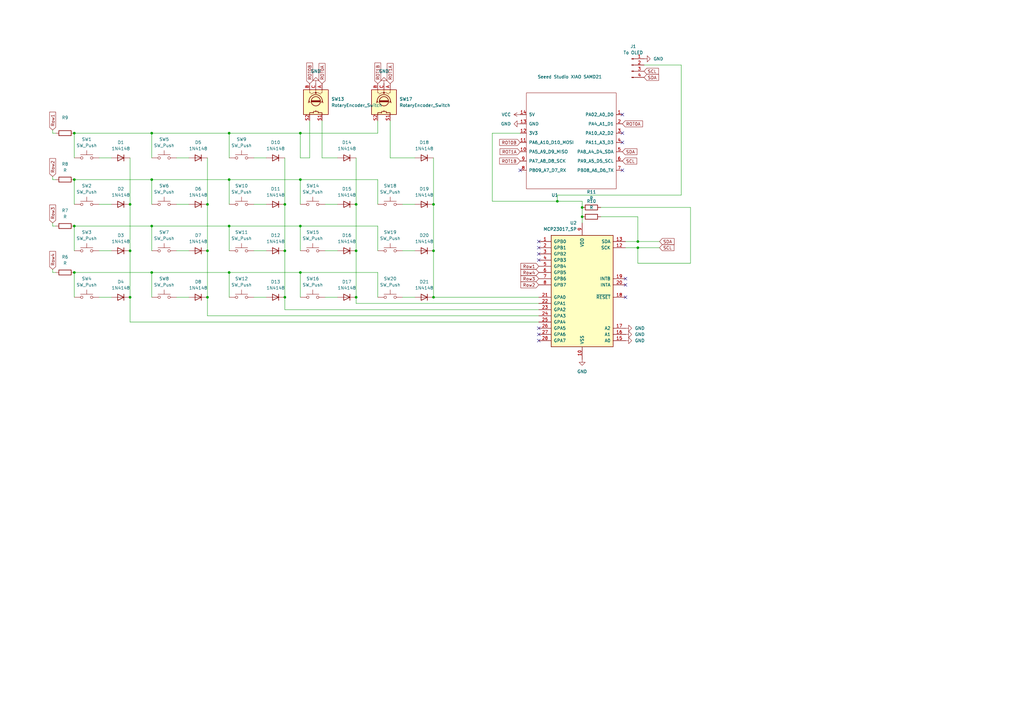
<source format=kicad_sch>
(kicad_sch (version 20231120) (generator "eeschema") (generator_version "8.0")
  (paper "A3")
  (lib_symbols
    (symbol "Connector:Conn_01x04_Pin" (pin_names (offset 1.016) hide)
      (property "Reference" "J" (at 0 5.08 0))
      (property "Value" "Conn_01x04_Pin" (at 0 -7.62 0))
      (symbol "Conn_01x04_Pin_1_1"
        (polyline (pts (xy 1.27 -5.08) (xy 0.8636 -5.08)) (stroke (width 0.1524)))
        (polyline (pts (xy 1.27 -2.54) (xy 0.8636 -2.54)) (stroke (width 0.1524)))
        (polyline (pts (xy 1.27 0) (xy 0.8636 0)) (stroke (width 0.1524)))
        (polyline (pts (xy 1.27 2.54) (xy 0.8636 2.54)) (stroke (width 0.1524)))
        (rectangle (start 0.8636 -4.953) (end 0 -5.207) (stroke (width 0.1524)) (fill (type outline)))
        (rectangle (start 0.8636 -2.413) (end 0 -2.667) (stroke (width 0.1524)) (fill (type outline)))
        (rectangle (start 0.8636 0.127) (end 0 -0.127) (stroke (width 0.1524)) (fill (type outline)))
        (rectangle (start 0.8636 2.667) (end 0 2.413) (stroke (width 0.1524)) (fill (type outline)))
        (pin passive line (at 5.08 2.54 180) (length 3.81) (name "Pin_1") (number "1"))
        (pin passive line (at 5.08 0 180) (length 3.81) (name "Pin_2") (number "2"))
        (pin passive line (at 5.08 -2.54 180) (length 3.81) (name "Pin_3") (number "3"))
        (pin passive line (at 5.08 -5.08 180) (length 3.81) (name "Pin_4") (number "4"))
      )
    )
    (symbol "Device:R" (pin_numbers hide) (pin_names (offset 0))
      (property "Reference" "R" (at 2.032 0 90))
      (property "Value" "R" (at 0 0 90))
      (symbol "R_0_1"
        (rectangle (start -1.016 -2.54) (end 1.016 2.54) (stroke (width 0.254)))
      )
      (symbol "R_1_1"
        (pin passive line (at 0 3.81 270) (length 1.27) (name "~") (number "1"))
        (pin passive line (at 0 -3.81 90) (length 1.27) (name "~") (number "2"))
      )
    )
    (symbol "Device:RotaryEncoder_Switch" (pin_names (offset 0.254) hide)
      (property "Reference" "SW" (at 0 6.604 0))
      (property "Value" "RotaryEncoder_Switch" (at 0 -6.604 0))
      (symbol "RotaryEncoder_Switch_0_1"
        (rectangle (start -5.08 5.08) (end 5.08 -5.08) (stroke (width 0.254)) (fill (type background)))
        (circle (center -3.81 0) (radius 0.254) (fill (type outline)))
        (circle (center -0.381 0) (radius 1.905) (stroke (width 0.254)))
        (arc (start -0.381 2.667) (mid -3.0988 -0.0635) (end -0.381 -2.794) (stroke (width 0.254)))
        (polyline (pts (xy -0.635 -1.778) (xy -0.635 1.778)) (stroke (width 0.254)))
        (polyline (pts (xy -0.381 -1.778) (xy -0.381 1.778)) (stroke (width 0.254)))
        (polyline (pts (xy -0.127 1.778) (xy -0.127 -1.778)) (stroke (width 0.254)))
        (polyline (pts (xy 3.81 0) (xy 3.429 0)) (stroke (width 0.254)))
        (polyline (pts (xy 3.81 1.016) (xy 3.81 -1.016)) (stroke (width 0.254)))
        (polyline (pts (xy -5.08 -2.54) (xy -3.81 -2.54) (xy -3.81 -2.032)))
        (polyline (pts (xy -5.08 2.54) (xy -3.81 2.54) (xy -3.81 2.032)))
        (polyline (pts (xy 0.254 -3.048) (xy -0.508 -2.794) (xy 0.127 -2.413)) (stroke (width 0.254)))
        (polyline (pts (xy 0.254 2.921) (xy -0.508 2.667) (xy 0.127 2.286)) (stroke (width 0.254)))
        (polyline (pts (xy 5.08 -2.54) (xy 4.318 -2.54) (xy 4.318 -1.016)) (stroke (width 0.254)))
        (polyline (pts (xy 5.08 2.54) (xy 4.318 2.54) (xy 4.318 1.016)) (stroke (width 0.254)))
        (polyline (pts (xy -5.08 0) (xy -3.81 0) (xy -3.81 -1.016) (xy -3.302 -2.032)))
        (polyline (pts (xy -4.318 0) (xy -3.81 0) (xy -3.81 1.016) (xy -3.302 2.032)))
        (circle (center 4.318 -1.016) (radius 0.127) (stroke (width 0.254)))
        (circle (center 4.318 1.016) (radius 0.127) (stroke (width 0.254)))
      )
      (symbol "RotaryEncoder_Switch_1_1"
        (pin passive line (at -7.62 2.54 0) (length 2.54) (name "A") (number "A"))
        (pin passive line (at -7.62 -2.54 0) (length 2.54) (name "B") (number "B"))
        (pin passive line (at -7.62 0 0) (length 2.54) (name "C") (number "C"))
        (pin passive line (at 7.62 2.54 180) (length 2.54) (name "S1") (number "S1"))
        (pin passive line (at 7.62 -2.54 180) (length 2.54) (name "S2") (number "S2"))
      )
    )
    (symbol "Diode:1N4148" (pin_numbers hide) (pin_names hide)
      (property "Reference" "D" (at 0 2.54 0))
      (property "Value" "1N4148" (at 0 -2.54 0))
      (symbol "1N4148_0_1"
        (polyline (pts (xy -1.27 1.27) (xy -1.27 -1.27)) (stroke (width 0.254)))
        (polyline (pts (xy 1.27 0) (xy -1.27 0)))
        (polyline (pts (xy 1.27 1.27) (xy 1.27 -1.27) (xy -1.27 0) (xy 1.27 1.27)) (stroke (width 0.254)))
      )
      (symbol "1N4148_1_1"
        (pin passive line (at -3.81 0 0) (length 2.54) (name "K") (number "1"))
        (pin passive line (at 3.81 0 180) (length 2.54) (name "A") (number "2"))
      )
    )
    (symbol "Interface_Expansion:MCP23017_SP" (pin_names (offset 1.016))
      (property "Reference" "U" (at -11.43 24.13 0))
      (property "Value" "MCP23017_SP" (at 0 0 0))
      (symbol "MCP23017_SP_0_1"
        (rectangle (start -12.7 22.86) (end 12.7 -22.86) (stroke (width 0.254)) (fill (type background)))
      )
      (symbol "MCP23017_SP_1_1"
        (pin bidirectional line (at 17.78 20.32 180) (length 5.08) (name "GPB0") (number "1"))
        (pin power_in line (at 0 -27.94 90) (length 5.08) (name "VSS") (number "10"))
        (pin no_connect line (at -12.7 15.24 0) (length 5.08) hide (name "NC") (number "11"))
        (pin input line (at -17.78 17.78 0) (length 5.08) (name "SCK") (number "12"))
        (pin bidirectional line (at -17.78 20.32 0) (length 5.08) (name "SDA") (number "13"))
        (pin no_connect line (at -12.7 12.7 0) (length 5.08) hide (name "NC") (number "14"))
        (pin input line (at -17.78 -20.32 0) (length 5.08) (name "A0") (number "15"))
        (pin input line (at -17.78 -17.78 0) (length 5.08) (name "A1") (number "16"))
        (pin input line (at -17.78 -15.24 0) (length 5.08) (name "A2") (number "17"))
        (pin input line (at -17.78 -2.54 0) (length 5.08) (name "~{RESET}") (number "18"))
        (pin tri_state line (at -17.78 5.08 0) (length 5.08) (name "INTB") (number "19"))
        (pin bidirectional line (at 17.78 17.78 180) (length 5.08) (name "GPB1") (number "2"))
        (pin tri_state line (at -17.78 2.54 0) (length 5.08) (name "INTA") (number "20"))
        (pin bidirectional line (at 17.78 -2.54 180) (length 5.08) (name "GPA0") (number "21"))
        (pin bidirectional line (at 17.78 -5.08 180) (length 5.08) (name "GPA1") (number "22"))
        (pin bidirectional line (at 17.78 -7.62 180) (length 5.08) (name "GPA2") (number "23"))
        (pin bidirectional line (at 17.78 -10.16 180) (length 5.08) (name "GPA3") (number "24"))
        (pin bidirectional line (at 17.78 -12.7 180) (length 5.08) (name "GPA4") (number "25"))
        (pin bidirectional line (at 17.78 -15.24 180) (length 5.08) (name "GPA5") (number "26"))
        (pin bidirectional line (at 17.78 -17.78 180) (length 5.08) (name "GPA6") (number "27"))
        (pin bidirectional line (at 17.78 -20.32 180) (length 5.08) (name "GPA7") (number "28"))
        (pin bidirectional line (at 17.78 15.24 180) (length 5.08) (name "GPB2") (number "3"))
        (pin bidirectional line (at 17.78 12.7 180) (length 5.08) (name "GPB3") (number "4"))
        (pin bidirectional line (at 17.78 10.16 180) (length 5.08) (name "GPB4") (number "5"))
        (pin bidirectional line (at 17.78 7.62 180) (length 5.08) (name "GPB5") (number "6"))
        (pin bidirectional line (at 17.78 5.08 180) (length 5.08) (name "GPB6") (number "7"))
        (pin bidirectional line (at 17.78 2.54 180) (length 5.08) (name "GPB7") (number "8"))
        (pin power_in line (at 0 27.94 270) (length 5.08) (name "VDD") (number "9"))
      )
    )
    (symbol "Seeed_Studio_XIAO_Series:Seeed Studio XIAO SAMD21" (pin_names (offset 1.016))
      (property "Reference" "U1" (at 4.7341 -21.59 0))
      (property "Value" "Seeed Studio XIAO SAMD21" (at -13.208 26.924 0))
      (symbol "Seeed Studio XIAO SAMD21_0_1"
        (rectangle (start -19.05 20.32) (end 17.78 -19.05))
      )
      (symbol "Seeed Studio XIAO SAMD21_1_1"
        (pin unspecified line (at -21.59 11.43 0) (length 2.54) (name "PA02_A0_D0") (number "1"))
        (pin unspecified line (at 20.32 -3.81 180) (length 2.54) (name "PA5_A9_D9_MISO") (number "10"))
        (pin unspecified line (at 20.32 0 180) (length 2.54) (name "PA6_A10_D10_MOSI") (number "11"))
        (pin unspecified line (at 20.32 3.81 180) (length 2.54) (name "3V3") (number "12"))
        (pin unspecified line (at 20.32 7.62 180) (length 2.54) (name "GND") (number "13"))
        (pin unspecified line (at 20.32 11.43 180) (length 2.54) (name "5V") (number "14"))
        (pin unspecified line (at -21.59 7.62 0) (length 2.54) (name "PA4_A1_D1") (number "2"))
        (pin unspecified line (at -21.59 3.81 0) (length 2.54) (name "PA10_A2_D2") (number "3"))
        (pin unspecified line (at -21.59 0 0) (length 2.54) (name "PA11_A3_D3") (number "4"))
        (pin unspecified line (at -21.59 -3.81 0) (length 2.54) (name "PA8_A4_D4_SDA") (number "5"))
        (pin unspecified line (at -21.59 -7.62 0) (length 2.54) (name "PA9_A5_D5_SCL") (number "6"))
        (pin unspecified line (at -21.59 -11.43 0) (length 2.54) (name "PB08_A6_D6_TX") (number "7"))
        (pin unspecified line (at 20.32 -11.43 180) (length 2.54) (name "PB09_A7_D7_RX") (number "8"))
        (pin unspecified line (at 20.32 -7.62 180) (length 2.54) (name "PA7_A8_D8_SCK") (number "9"))
      )
    )
    (symbol "Switch:SW_Push" (pin_numbers hide) (pin_names (offset 1.016) hide)
      (property "Reference" "SW" (at 1.27 2.54 0))
      (property "Value" "SW_Push" (at 0 -1.524 0))
      (symbol "SW_Push_0_1"
        (circle (center -2.032 0) (radius 0.508))
        (polyline (pts (xy 0 1.27) (xy 0 3.048)))
        (polyline (pts (xy 2.54 1.27) (xy -2.54 1.27)))
        (circle (center 2.032 0) (radius 0.508))
        (pin passive line (at -5.08 0 0) (length 2.54) (name "1") (number "1"))
        (pin passive line (at 5.08 0 180) (length 2.54) (name "2") (number "2"))
      )
    )
    (symbol "power:GND" (power) (pin_numbers hide) (pin_names (offset 0) hide)
      (property "Value" "GND" (at 0 -3.81 0))
      (symbol "GND_0_1"
        (polyline (pts (xy 0 0) (xy 0 -1.27) (xy 1.27 -1.27) (xy 0 -2.54) (xy -1.27 -1.27) (xy 0 -1.27)))
      )
      (symbol "GND_1_1"
        (pin power_in line (at 0 0 270) (length 0) (name "~") (number "1"))
      )
    )
    (symbol "power:VCC" (power) (pin_numbers hide) (pin_names (offset 0) hide)
      (property "Value" "VCC" (at 0 3.556 0))
      (symbol "VCC_0_1"
        (polyline (pts (xy -0.762 1.27) (xy 0 2.54)))
        (polyline (pts (xy 0 0) (xy 0 2.54)))
        (polyline (pts (xy 0 2.54) (xy 0.762 1.27)))
      )
      (symbol "VCC_1_1"
        (pin power_in line (at 0 0 90) (length 0) (name "~") (number "1"))
      )
    )
  )
  (junction (at 30.48 54.61))
  (junction (at 123.19 54.61))
  (junction (at 177.8 83.82))
  (junction (at 53.34 102.87))
  (junction (at 30.48 111.76))
  (junction (at 228.6 82.55))
  (junction (at 62.23 92.71))
  (junction (at 53.34 83.82))
  (junction (at 123.19 73.66))
  (junction (at 62.23 73.66))
  (junction (at 30.48 73.66))
  (junction (at 53.34 121.92))
  (junction (at 30.48 92.71))
  (junction (at 93.98 92.71))
  (junction (at 146.05 83.82))
  (junction (at 85.09 121.92))
  (junction (at 123.19 92.71))
  (junction (at 146.05 102.87))
  (junction (at 85.09 83.82))
  (junction (at 238.76 88.9))
  (junction (at 93.98 111.76))
  (junction (at 116.84 83.82))
  (junction (at 85.09 102.87))
  (junction (at 123.19 111.76))
  (junction (at 177.8 121.92))
  (junction (at 116.84 102.87))
  (junction (at 93.98 73.66))
  (junction (at 62.23 54.61))
  (junction (at 177.8 102.87))
  (junction (at 93.98 54.61))
  (junction (at 261.62 99.06))
  (junction (at 62.23 111.76))
  (junction (at 261.62 101.6))
  (junction (at 116.84 121.92))
  (junction (at 146.05 121.92))
  (junction (at 238.76 85.09))
  (no_connect (at 256.54 114.3))
  (no_connect (at 220.98 101.6))
  (no_connect (at 255.27 54.61))
  (no_connect (at 213.36 69.85))
  (no_connect (at 220.98 134.62))
  (no_connect (at 220.98 99.06))
  (no_connect (at 255.27 46.99))
  (no_connect (at 220.98 139.7))
  (no_connect (at 220.98 137.16))
  (no_connect (at 220.98 104.14))
  (no_connect (at 256.54 116.84))
  (no_connect (at 255.27 58.42))
  (no_connect (at 256.54 121.92))
  (no_connect (at 220.98 106.68))
  (no_connect (at 255.27 69.85))
  (wire (pts (xy 40.64 121.92) (xy 45.72 121.92)))
  (wire (pts (xy 146.05 124.46) (xy 220.98 124.46)))
  (wire (pts (xy 154.94 111.76) (xy 154.94 121.92)))
  (wire (pts (xy 30.48 111.76) (xy 62.23 111.76)))
  (wire (pts (xy 62.23 83.82) (xy 62.23 73.66)))
  (wire (pts (xy 30.48 83.82) (xy 30.48 73.66)))
  (wire (pts (xy 21.59 72.39) (xy 21.59 73.66)))
  (wire (pts (xy 201.93 54.61) (xy 213.36 54.61)))
  (wire (pts (xy 165.1 102.87) (xy 170.18 102.87)))
  (wire (pts (xy 123.19 121.92) (xy 123.19 111.76)))
  (wire (pts (xy 154.94 73.66) (xy 154.94 83.82)))
  (wire (pts (xy 146.05 64.77) (xy 146.05 83.82)))
  (wire (pts (xy 62.23 73.66) (xy 93.98 73.66)))
  (wire (pts (xy 104.14 121.92) (xy 109.22 121.92)))
  (wire (pts (xy 21.59 53.34) (xy 21.59 54.61)))
  (wire (pts (xy 228.6 82.55) (xy 201.93 82.55)))
  (wire (pts (xy 40.64 64.77) (xy 45.72 64.77)))
  (wire (pts (xy 246.38 88.9) (xy 261.62 88.9)))
  (wire (pts (xy 40.64 83.82) (xy 45.72 83.82)))
  (wire (pts (xy 21.59 73.66) (xy 22.86 73.66)))
  (wire (pts (xy 62.23 121.92) (xy 62.23 111.76)))
  (wire (pts (xy 40.64 102.87) (xy 45.72 102.87)))
  (wire (pts (xy 72.39 83.82) (xy 77.47 83.82)))
  (wire (pts (xy 238.76 91.44) (xy 238.76 88.9)))
  (wire (pts (xy 123.19 111.76) (xy 154.94 111.76)))
  (wire (pts (xy 72.39 102.87) (xy 77.47 102.87)))
  (wire (pts (xy 123.19 92.71) (xy 154.94 92.71)))
  (wire (pts (xy 165.1 121.92) (xy 170.18 121.92)))
  (wire (pts (xy 21.59 91.44) (xy 21.59 92.71)))
  (wire (pts (xy 30.48 54.61) (xy 62.23 54.61)))
  (wire (pts (xy 93.98 111.76) (xy 93.98 121.92)))
  (wire (pts (xy 201.93 82.55) (xy 201.93 54.61)))
  (wire (pts (xy 62.23 102.87) (xy 62.23 92.71)))
  (wire (pts (xy 116.84 64.77) (xy 116.84 83.82)))
  (wire (pts (xy 238.76 85.09) (xy 238.76 82.55)))
  (wire (pts (xy 93.98 54.61) (xy 93.98 64.77)))
  (wire (pts (xy 93.98 92.71) (xy 123.19 92.71)))
  (wire (pts (xy 53.34 132.08) (xy 220.98 132.08)))
  (wire (pts (xy 104.14 102.87) (xy 109.22 102.87)))
  (wire (pts (xy 270.51 101.6) (xy 261.62 101.6)))
  (wire (pts (xy 146.05 83.82) (xy 146.05 102.87)))
  (wire (pts (xy 62.23 111.76) (xy 93.98 111.76)))
  (wire (pts (xy 238.76 88.9) (xy 238.76 85.09)))
  (wire (pts (xy 104.14 64.77) (xy 109.22 64.77)))
  (wire (pts (xy 93.98 73.66) (xy 93.98 83.82)))
  (wire (pts (xy 62.23 64.77) (xy 62.23 54.61)))
  (wire (pts (xy 21.59 54.61) (xy 22.86 54.61)))
  (wire (pts (xy 154.94 92.71) (xy 154.94 102.87)))
  (wire (pts (xy 62.23 54.61) (xy 93.98 54.61)))
  (wire (pts (xy 93.98 111.76) (xy 123.19 111.76)))
  (wire (pts (xy 133.35 83.82) (xy 138.43 83.82)))
  (wire (pts (xy 261.62 101.6) (xy 256.54 101.6)))
  (wire (pts (xy 261.62 107.95) (xy 261.62 101.6)))
  (wire (pts (xy 53.34 121.92) (xy 53.34 132.08)))
  (wire (pts (xy 85.09 121.92) (xy 85.09 129.54)))
  (wire (pts (xy 177.8 64.77) (xy 177.8 83.82)))
  (wire (pts (xy 133.35 121.92) (xy 138.43 121.92)))
  (wire (pts (xy 116.84 127) (xy 220.98 127)))
  (wire (pts (xy 165.1 83.82) (xy 170.18 83.82)))
  (wire (pts (xy 177.8 102.87) (xy 177.8 121.92)))
  (wire (pts (xy 246.38 85.09) (xy 283.21 85.09)))
  (wire (pts (xy 30.48 121.92) (xy 30.48 111.76)))
  (wire (pts (xy 132.08 64.77) (xy 138.43 64.77)))
  (wire (pts (xy 85.09 129.54) (xy 220.98 129.54)))
  (wire (pts (xy 53.34 83.82) (xy 53.34 102.87)))
  (wire (pts (xy 123.19 102.87) (xy 123.19 92.71)))
  (wire (pts (xy 116.84 102.87) (xy 116.84 121.92)))
  (wire (pts (xy 72.39 121.92) (xy 77.47 121.92)))
  (wire (pts (xy 261.62 88.9) (xy 261.62 99.06)))
  (wire (pts (xy 264.16 26.67) (xy 279.4 26.67)))
  (wire (pts (xy 177.8 83.82) (xy 177.8 102.87)))
  (wire (pts (xy 53.34 102.87) (xy 53.34 121.92)))
  (wire (pts (xy 123.19 54.61) (xy 154.94 54.61)))
  (wire (pts (xy 160.02 64.77) (xy 170.18 64.77)))
  (wire (pts (xy 30.48 92.71) (xy 62.23 92.71)))
  (wire (pts (xy 22.86 111.76) (xy 21.59 111.76)))
  (wire (pts (xy 116.84 121.92) (xy 116.84 127)))
  (wire (pts (xy 160.02 49.53) (xy 160.02 64.77)))
  (wire (pts (xy 93.98 54.61) (xy 123.19 54.61)))
  (wire (pts (xy 132.08 49.53) (xy 132.08 64.77)))
  (wire (pts (xy 62.23 92.71) (xy 93.98 92.71)))
  (wire (pts (xy 238.76 82.55) (xy 228.6 82.55)))
  (wire (pts (xy 93.98 92.71) (xy 93.98 102.87)))
  (wire (pts (xy 279.4 80.01) (xy 228.6 80.01)))
  (wire (pts (xy 116.84 83.82) (xy 116.84 102.87)))
  (wire (pts (xy 123.19 64.77) (xy 123.19 54.61)))
  (wire (pts (xy 72.39 64.77) (xy 77.47 64.77)))
  (wire (pts (xy 85.09 64.77) (xy 85.09 83.82)))
  (wire (pts (xy 93.98 73.66) (xy 123.19 73.66)))
  (wire (pts (xy 154.94 49.53) (xy 154.94 54.61)))
  (wire (pts (xy 85.09 102.87) (xy 85.09 121.92)))
  (wire (pts (xy 21.59 92.71) (xy 22.86 92.71)))
  (wire (pts (xy 53.34 64.77) (xy 53.34 83.82)))
  (wire (pts (xy 123.19 83.82) (xy 123.19 73.66)))
  (wire (pts (xy 146.05 121.92) (xy 146.05 124.46)))
  (wire (pts (xy 270.51 99.06) (xy 261.62 99.06)))
  (wire (pts (xy 279.4 26.67) (xy 279.4 80.01)))
  (wire (pts (xy 85.09 83.82) (xy 85.09 102.87)))
  (wire (pts (xy 30.48 102.87) (xy 30.48 92.71)))
  (wire (pts (xy 133.35 102.87) (xy 138.43 102.87)))
  (wire (pts (xy 127 64.77) (xy 123.19 64.77)))
  (wire (pts (xy 123.19 73.66) (xy 154.94 73.66)))
  (wire (pts (xy 30.48 73.66) (xy 62.23 73.66)))
  (wire (pts (xy 127 49.53) (xy 127 64.77)))
  (wire (pts (xy 283.21 85.09) (xy 283.21 107.95)))
  (wire (pts (xy 146.05 102.87) (xy 146.05 121.92)))
  (wire (pts (xy 283.21 107.95) (xy 261.62 107.95)))
  (wire (pts (xy 177.8 121.92) (xy 220.98 121.92)))
  (wire (pts (xy 228.6 80.01) (xy 228.6 82.55)))
  (wire (pts (xy 30.48 64.77) (xy 30.48 54.61)))
  (wire (pts (xy 261.62 99.06) (xy 256.54 99.06)))
  (wire (pts (xy 21.59 111.76) (xy 21.59 110.49)))
  (wire (pts (xy 104.14 83.82) (xy 109.22 83.82)))
  (global_label "Row1" (shape input) (at 220.98 109.22 180) (property "Intersheetrefs" "${INTERSHEET_REFS}" (effects (hide yes))))
  (global_label "ROT0B" (shape input) (at 127 34.29 90) (property "Intersheetrefs" "${INTERSHEET_REFS}" (effects (hide yes))))
  (global_label "ROT0B" (shape input) (at 213.36 58.42 180) (property "Intersheetrefs" "${INTERSHEET_REFS}" (effects (hide yes))))
  (global_label "SDA" (shape input) (at 264.16 31.75 0) (property "Intersheetrefs" "${INTERSHEET_REFS}" (effects (hide yes))))
  (global_label "ROT0A" (shape input) (at 132.08 34.29 90) (property "Intersheetrefs" "${INTERSHEET_REFS}" (effects (hide yes))))
  (global_label "SCL" (shape input) (at 270.51 101.6 0) (property "Intersheetrefs" "${INTERSHEET_REFS}" (effects (hide yes))))
  (global_label "SDA" (shape input) (at 255.27 62.23 0) (property "Intersheetrefs" "${INTERSHEET_REFS}" (effects (hide yes))))
  (global_label "ROT1B" (shape input) (at 154.94 34.29 90) (property "Intersheetrefs" "${INTERSHEET_REFS}" (effects (hide yes))))
  (global_label "ROT1A" (shape input) (at 213.36 62.23 180) (property "Intersheetrefs" "${INTERSHEET_REFS}" (effects (hide yes))))
  (global_label "ROT1A" (shape input) (at 160.02 34.29 90) (property "Intersheetrefs" "${INTERSHEET_REFS}" (effects (hide yes))))
  (global_label "SDA" (shape input) (at 270.51 99.06 0) (property "Intersheetrefs" "${INTERSHEET_REFS}" (effects (hide yes))))
  (global_label "SCL" (shape input) (at 264.16 29.21 0) (property "Intersheetrefs" "${INTERSHEET_REFS}" (effects (hide yes))))
  (global_label "Row2" (shape input) (at 21.59 72.39 90) (property "Intersheetrefs" "${INTERSHEET_REFS}" (effects (hide yes))))
  (global_label "ROT1B" (shape input) (at 213.36 66.04 180) (property "Intersheetrefs" "${INTERSHEET_REFS}" (effects (hide yes))))
  (global_label "Row2" (shape input) (at 220.98 116.84 180) (property "Intersheetrefs" "${INTERSHEET_REFS}" (effects (hide yes))))
  (global_label "SCL" (shape input) (at 255.27 66.04 0) (property "Intersheetrefs" "${INTERSHEET_REFS}" (effects (hide yes))))
  (global_label "Row3" (shape input) (at 21.59 91.44 90) (property "Intersheetrefs" "${INTERSHEET_REFS}" (effects (hide yes))))
  (global_label "Row4" (shape input) (at 21.59 110.49 90) (property "Intersheetrefs" "${INTERSHEET_REFS}" (effects (hide yes))))
  (global_label "Row1" (shape input) (at 21.59 53.34 90) (property "Intersheetrefs" "${INTERSHEET_REFS}" (effects (hide yes))))
  (global_label "Row3" (shape input) (at 220.98 114.3 180) (property "Intersheetrefs" "${INTERSHEET_REFS}" (effects (hide yes))))
  (global_label "ROT0A" (shape input) (at 255.27 50.8 0) (property "Intersheetrefs" "${INTERSHEET_REFS}" (effects (hide yes))))
  (global_label "Row4" (shape input) (at 220.98 111.76 180) (property "Intersheetrefs" "${INTERSHEET_REFS}" (effects (hide yes))))
  (symbol (lib_id "Diode:1N4148") (at 81.28 64.77 0) (mirror y) (unit 1)
    (property "Reference" "D5" (at 81.28 58.42 0))
    (property "Value" "1N4148" (at 81.28 60.96 0))
    (property "Footprint" "Diode_THT:D_DO-35_SOD27_P7.62mm_Horizontal" (effects (hide yes)))
    (property "Datasheet" "https://assets.nexperia.com/documents/data-sheet/1N4148_1N4448.pdf" (effects (hide yes)))
    (property "Description" "100V 0.15A standard switching diode, DO-35" (effects (hide yes)))
    (property "Sim.Device" "D" (effects (hide yes)))
    (property "Sim.Pins" "1=K 2=A" (effects (hide yes)))
  )
  (symbol (lib_id "power:GND") (at 213.36 50.8 270) (mirror x) (unit 1)
    (property "Reference" "#PWR04" (effects (hide yes)))
    (property "Value" "GND" (at 209.55 50.7999 90) (effects (justify right)))
    (property "Description" "Power symbol creates a global label with name \"GND\" , ground" (effects (hide yes)))
  )
  (symbol (lib_id "Diode:1N4148") (at 142.24 102.87 0) (mirror y) (unit 1)
    (property "Reference" "D16" (at 142.24 96.52 0))
    (property "Value" "1N4148" (at 142.24 99.06 0))
    (property "Footprint" "Diode_THT:D_DO-35_SOD27_P7.62mm_Horizontal" (effects (hide yes)))
    (property "Datasheet" "https://assets.nexperia.com/documents/data-sheet/1N4148_1N4448.pdf" (effects (hide yes)))
    (property "Description" "100V 0.15A standard switching diode, DO-35" (effects (hide yes)))
    (property "Sim.Device" "D" (effects (hide yes)))
    (property "Sim.Pins" "1=K 2=A" (effects (hide yes)))
  )
  (symbol (lib_id "Switch:SW_Push") (at 99.06 64.77 0) (unit 1)
    (property "Reference" "SW9" (at 99.06 57.15 0))
    (property "Value" "SW_Push" (at 99.06 59.69 0))
    (property "Footprint" "Button_Switch_Keyboard:SW_Cherry_MX_1.00u_PCB" (effects (hide yes)))
    (property "Description" "Push button switch, generic, two pins" (effects (hide yes)))
  )
  (symbol (lib_id "Diode:1N4148") (at 173.99 121.92 0) (mirror y) (unit 1)
    (property "Reference" "D21" (at 173.99 115.57 0))
    (property "Value" "1N4148" (at 173.99 118.11 0))
    (property "Footprint" "Diode_THT:D_DO-35_SOD27_P7.62mm_Horizontal" (effects (hide yes)))
    (property "Datasheet" "https://assets.nexperia.com/documents/data-sheet/1N4148_1N4448.pdf" (effects (hide yes)))
    (property "Description" "100V 0.15A standard switching diode, DO-35" (effects (hide yes)))
    (property "Sim.Device" "D" (effects (hide yes)))
    (property "Sim.Pins" "1=K 2=A" (effects (hide yes)))
  )
  (symbol (lib_id "Switch:SW_Push") (at 128.27 102.87 0) (unit 1)
    (property "Reference" "SW15" (at 128.27 95.25 0))
    (property "Value" "SW_Push" (at 128.27 97.79 0))
    (property "Footprint" "Button_Switch_Keyboard:SW_Cherry_MX_1.00u_PCB" (effects (hide yes)))
    (property "Description" "Push button switch, generic, two pins" (effects (hide yes)))
  )
  (symbol (lib_id "power:GND") (at 129.54 34.29 180) (unit 1)
    (property "Reference" "#PWR06" (effects (hide yes)))
    (property "Value" "GND" (at 129.54 29.21 0))
    (property "Description" "Power symbol creates a global label with name \"GND\" , ground" (effects (hide yes)))
  )
  (symbol (lib_id "Switch:SW_Push") (at 160.02 102.87 0) (unit 1)
    (property "Reference" "SW19" (at 160.02 95.25 0))
    (property "Value" "SW_Push" (at 160.02 97.79 0))
    (property "Footprint" "Button_Switch_Keyboard:SW_Cherry_MX_1.00u_PCB" (effects (hide yes)))
    (property "Description" "Push button switch, generic, two pins" (effects (hide yes)))
  )
  (symbol (lib_id "Switch:SW_Push") (at 99.06 121.92 0) (unit 1)
    (property "Reference" "SW12" (at 99.06 114.3 0))
    (property "Value" "SW_Push" (at 99.06 116.84 0))
    (property "Footprint" "Button_Switch_Keyboard:SW_Cherry_MX_1.00u_PCB" (effects (hide yes)))
    (property "Description" "Push button switch, generic, two pins" (effects (hide yes)))
  )
  (symbol (lib_id "Diode:1N4148") (at 113.03 83.82 0) (mirror y) (unit 1)
    (property "Reference" "D11" (at 113.03 77.47 0))
    (property "Value" "1N4148" (at 113.03 80.01 0))
    (property "Footprint" "Diode_THT:D_DO-35_SOD27_P7.62mm_Horizontal" (effects (hide yes)))
    (property "Datasheet" "https://assets.nexperia.com/documents/data-sheet/1N4148_1N4448.pdf" (effects (hide yes)))
    (property "Description" "100V 0.15A standard switching diode, DO-35" (effects (hide yes)))
    (property "Sim.Device" "D" (effects (hide yes)))
    (property "Sim.Pins" "1=K 2=A" (effects (hide yes)))
  )
  (symbol (lib_id "Switch:SW_Push") (at 67.31 83.82 0) (unit 1)
    (property "Reference" "SW6" (at 67.31 76.2 0))
    (property "Value" "SW_Push" (at 67.31 78.74 0))
    (property "Footprint" "Button_Switch_Keyboard:SW_Cherry_MX_1.00u_PCB" (effects (hide yes)))
    (property "Description" "Push button switch, generic, two pins" (effects (hide yes)))
  )
  (symbol (lib_id "Switch:SW_Push") (at 35.56 83.82 0) (unit 1)
    (property "Reference" "SW2" (at 35.56 76.2 0))
    (property "Value" "SW_Push" (at 35.56 78.74 0))
    (property "Footprint" "Button_Switch_Keyboard:SW_Cherry_MX_1.00u_PCB" (effects (hide yes)))
    (property "Description" "Push button switch, generic, two pins" (effects (hide yes)))
  )
  (symbol (lib_id "Diode:1N4148") (at 81.28 121.92 0) (mirror y) (unit 1)
    (property "Reference" "D8" (at 81.28 115.57 0))
    (property "Value" "1N4148" (at 81.28 118.11 0))
    (property "Footprint" "Diode_THT:D_DO-35_SOD27_P7.62mm_Horizontal" (effects (hide yes)))
    (property "Datasheet" "https://assets.nexperia.com/documents/data-sheet/1N4148_1N4448.pdf" (effects (hide yes)))
    (property "Description" "100V 0.15A standard switching diode, DO-35" (effects (hide yes)))
    (property "Sim.Device" "D" (effects (hide yes)))
    (property "Sim.Pins" "1=K 2=A" (effects (hide yes)))
  )
  (symbol (lib_id "Diode:1N4148") (at 142.24 83.82 0) (mirror y) (unit 1)
    (property "Reference" "D15" (at 142.24 77.47 0))
    (property "Value" "1N4148" (at 142.24 80.01 0))
    (property "Footprint" "Diode_THT:D_DO-35_SOD27_P7.62mm_Horizontal" (effects (hide yes)))
    (property "Datasheet" "https://assets.nexperia.com/documents/data-sheet/1N4148_1N4448.pdf" (effects (hide yes)))
    (property "Description" "100V 0.15A standard switching diode, DO-35" (effects (hide yes)))
    (property "Sim.Device" "D" (effects (hide yes)))
    (property "Sim.Pins" "1=K 2=A" (effects (hide yes)))
  )
  (symbol (lib_id "Switch:SW_Push") (at 67.31 121.92 0) (unit 1)
    (property "Reference" "SW8" (at 67.31 114.3 0))
    (property "Value" "SW_Push" (at 67.31 116.84 0))
    (property "Footprint" "Button_Switch_Keyboard:SW_Cherry_MX_1.00u_PCB" (effects (hide yes)))
    (property "Description" "Push button switch, generic, two pins" (effects (hide yes)))
  )
  (symbol (lib_id "Switch:SW_Push") (at 35.56 64.77 0) (unit 1)
    (property "Reference" "SW1" (at 35.56 57.15 0))
    (property "Value" "SW_Push" (at 35.56 59.69 0))
    (property "Footprint" "Button_Switch_Keyboard:SW_Cherry_MX_1.00u_PCB" (effects (hide yes)))
    (property "Description" "Push button switch, generic, two pins" (effects (hide yes)))
  )
  (symbol (lib_id "Diode:1N4148") (at 49.53 121.92 0) (mirror y) (unit 1)
    (property "Reference" "D4" (at 49.53 115.57 0))
    (property "Value" "1N4148" (at 49.53 118.11 0))
    (property "Footprint" "Diode_THT:D_DO-35_SOD27_P7.62mm_Horizontal" (effects (hide yes)))
    (property "Datasheet" "https://assets.nexperia.com/documents/data-sheet/1N4148_1N4448.pdf" (effects (hide yes)))
    (property "Description" "100V 0.15A standard switching diode, DO-35" (effects (hide yes)))
    (property "Sim.Device" "D" (effects (hide yes)))
    (property "Sim.Pins" "1=K 2=A" (effects (hide yes)))
  )
  (symbol (lib_id "power:GND") (at 256.54 139.7 90) (unit 1)
    (property "Reference" "#PWR047" (effects (hide yes)))
    (property "Value" "GND" (at 260.35 139.6999 90) (effects (justify right)))
    (property "Description" "Power symbol creates a global label with name \"GND\" , ground" (effects (hide yes)))
  )
  (symbol (lib_id "Switch:SW_Push") (at 35.56 121.92 0) (unit 1)
    (property "Reference" "SW4" (at 35.56 114.3 0))
    (property "Value" "SW_Push" (at 35.56 116.84 0))
    (property "Footprint" "Button_Switch_Keyboard:SW_Cherry_MX_1.00u_PCB" (effects (hide yes)))
    (property "Description" "Push button switch, generic, two pins" (effects (hide yes)))
  )
  (symbol (lib_id "Switch:SW_Push") (at 67.31 102.87 0) (unit 1)
    (property "Reference" "SW7" (at 67.31 95.25 0))
    (property "Value" "SW_Push" (at 67.31 97.79 0))
    (property "Footprint" "Button_Switch_Keyboard:SW_Cherry_MX_1.00u_PCB" (effects (hide yes)))
    (property "Description" "Push button switch, generic, two pins" (effects (hide yes)))
  )
  (symbol (lib_id "Diode:1N4148") (at 142.24 64.77 0) (mirror y) (unit 1)
    (property "Reference" "D14" (at 142.24 58.42 0))
    (property "Value" "1N4148" (at 142.24 60.96 0))
    (property "Footprint" "Diode_THT:D_DO-35_SOD27_P7.62mm_Horizontal" (effects (hide yes)))
    (property "Datasheet" "https://assets.nexperia.com/documents/data-sheet/1N4148_1N4448.pdf" (effects (hide yes)))
    (property "Description" "100V 0.15A standard switching diode, DO-35" (effects (hide yes)))
    (property "Sim.Device" "D" (effects (hide yes)))
    (property "Sim.Pins" "1=K 2=A" (effects (hide yes)))
  )
  (symbol (lib_id "Interface_Expansion:MCP23017_SP") (at 238.76 119.38 0) (mirror y) (unit 1)
    (property "Reference" "U2" (at 236.5659 91.44 0) (effects (justify left)))
    (property "Value" "MCP23017_SP" (at 236.5659 93.98 0) (effects (justify left)))
    (property "Footprint" "Package_DIP:DIP-28_W7.62mm" (effects (hide yes)))
    (property "Datasheet" "http://ww1.microchip.com/downloads/en/DeviceDoc/20001952C.pdf" (effects (hide yes)))
    (property "Description" "16-bit I/O expander, I2C, interrupts, w pull-ups, SPDIP-28" (effects (hide yes)))
  )
  (symbol (lib_id "Device:RotaryEncoder_Switch") (at 129.54 41.91 270) (unit 1)
    (property "Reference" "SW13" (at 135.89 40.6399 90) (effects (justify left)))
    (property "Value" "RotaryEncoder_Switch" (at 135.89 43.1799 90) (effects (justify left)))
    (property "Footprint" "Rotary_Encoder:RotaryEncoder_Alps_EC11E-Switch_Vertical_H20mm" (effects (hide yes)))
    (property "Description" "Rotary encoder, dual channel, incremental quadrate outputs, with switch" (effects (hide yes)))
  )
  (symbol (lib_id "Diode:1N4148") (at 49.53 64.77 0) (mirror y) (unit 1)
    (property "Reference" "D1" (at 49.53 58.42 0))
    (property "Value" "1N4148" (at 49.53 60.96 0))
    (property "Footprint" "Diode_THT:D_DO-35_SOD27_P7.62mm_Horizontal" (effects (hide yes)))
    (property "Datasheet" "https://assets.nexperia.com/documents/data-sheet/1N4148_1N4448.pdf" (effects (hide yes)))
    (property "Description" "100V 0.15A standard switching diode, DO-35" (effects (hide yes)))
    (property "Sim.Device" "D" (effects (hide yes)))
    (property "Sim.Pins" "1=K 2=A" (effects (hide yes)))
  )
  (symbol (lib_id "Device:R") (at 242.57 85.09 90) (unit 1)
    (property "Reference" "R11" (at 242.57 78.74 90))
    (property "Value" "R" (at 242.57 81.28 90))
    (property "Footprint" "Resistor_THT:R_Axial_DIN0204_L3.6mm_D1.6mm_P7.62mm_Horizontal" (effects (hide yes)))
    (property "Description" "Resistor" (effects (hide yes)))
  )
  (symbol (lib_id "Device:R") (at 26.67 54.61 90) (unit 1)
    (property "Reference" "R9" (at 26.67 48.26 90))
    (property "Value" "R" (effects (hide yes)))
    (property "Footprint" "Resistor_THT:R_Axial_DIN0204_L3.6mm_D1.6mm_P7.62mm_Horizontal" (effects (hide yes)))
    (property "Description" "Resistor" (effects (hide yes)))
  )
  (symbol (lib_id "Switch:SW_Push") (at 128.27 83.82 0) (unit 1)
    (property "Reference" "SW14" (at 128.27 76.2 0))
    (property "Value" "SW_Push" (at 128.27 78.74 0))
    (property "Footprint" "Button_Switch_Keyboard:SW_Cherry_MX_1.00u_PCB" (effects (hide yes)))
    (property "Description" "Push button switch, generic, two pins" (effects (hide yes)))
  )
  (symbol (lib_id "Diode:1N4148") (at 113.03 102.87 0) (mirror y) (unit 1)
    (property "Reference" "D12" (at 113.03 96.52 0))
    (property "Value" "1N4148" (at 113.03 99.06 0))
    (property "Footprint" "Diode_THT:D_DO-35_SOD27_P7.62mm_Horizontal" (effects (hide yes)))
    (property "Datasheet" "https://assets.nexperia.com/documents/data-sheet/1N4148_1N4448.pdf" (effects (hide yes)))
    (property "Description" "100V 0.15A standard switching diode, DO-35" (effects (hide yes)))
    (property "Sim.Device" "D" (effects (hide yes)))
    (property "Sim.Pins" "1=K 2=A" (effects (hide yes)))
  )
  (symbol (lib_id "Diode:1N4148") (at 49.53 102.87 0) (mirror y) (unit 1)
    (property "Reference" "D3" (at 49.53 96.52 0))
    (property "Value" "1N4148" (at 49.53 99.06 0))
    (property "Footprint" "Diode_THT:D_DO-35_SOD27_P7.62mm_Horizontal" (effects (hide yes)))
    (property "Datasheet" "https://assets.nexperia.com/documents/data-sheet/1N4148_1N4448.pdf" (effects (hide yes)))
    (property "Description" "100V 0.15A standard switching diode, DO-35" (effects (hide yes)))
    (property "Sim.Device" "D" (effects (hide yes)))
    (property "Sim.Pins" "1=K 2=A" (effects (hide yes)))
  )
  (symbol (lib_id "Diode:1N4148") (at 49.53 83.82 0) (mirror y) (unit 1)
    (property "Reference" "D2" (at 49.53 77.47 0))
    (property "Value" "1N4148" (at 49.53 80.01 0))
    (property "Footprint" "Diode_THT:D_DO-35_SOD27_P7.62mm_Horizontal" (effects (hide yes)))
    (property "Datasheet" "https://assets.nexperia.com/documents/data-sheet/1N4148_1N4448.pdf" (effects (hide yes)))
    (property "Description" "100V 0.15A standard switching diode, DO-35" (effects (hide yes)))
    (property "Sim.Device" "D" (effects (hide yes)))
    (property "Sim.Pins" "1=K 2=A" (effects (hide yes)))
  )
  (symbol (lib_id "power:GND") (at 264.16 24.13 90) (unit 1)
    (property "Reference" "#PWR01" (effects (hide yes)))
    (property "Value" "GND" (at 267.97 24.1299 90) (effects (justify right)))
    (property "Description" "Power symbol creates a global label with name \"GND\" , ground" (effects (hide yes)))
  )
  (symbol (lib_id "Switch:SW_Push") (at 99.06 102.87 0) (unit 1)
    (property "Reference" "SW11" (at 99.06 95.25 0))
    (property "Value" "SW_Push" (at 99.06 97.79 0))
    (property "Footprint" "Button_Switch_Keyboard:SW_Cherry_MX_1.00u_PCB" (effects (hide yes)))
    (property "Description" "Push button switch, generic, two pins" (effects (hide yes)))
  )
  (symbol (lib_id "Diode:1N4148") (at 81.28 102.87 0) (mirror y) (unit 1)
    (property "Reference" "D7" (at 81.28 96.52 0))
    (property "Value" "1N4148" (at 81.28 99.06 0))
    (property "Footprint" "Diode_THT:D_DO-35_SOD27_P7.62mm_Horizontal" (effects (hide yes)))
    (property "Datasheet" "https://assets.nexperia.com/documents/data-sheet/1N4148_1N4448.pdf" (effects (hide yes)))
    (property "Description" "100V 0.15A standard switching diode, DO-35" (effects (hide yes)))
    (property "Sim.Device" "D" (effects (hide yes)))
    (property "Sim.Pins" "1=K 2=A" (effects (hide yes)))
  )
  (symbol (lib_id "Switch:SW_Push") (at 128.27 121.92 0) (unit 1)
    (property "Reference" "SW16" (at 128.27 114.3 0))
    (property "Value" "SW_Push" (at 128.27 116.84 0))
    (property "Footprint" "Button_Switch_Keyboard:SW_Cherry_MX_1.00u_PCB" (effects (hide yes)))
    (property "Description" "Push button switch, generic, two pins" (effects (hide yes)))
  )
  (symbol (lib_id "Diode:1N4148") (at 173.99 64.77 0) (mirror y) (unit 1)
    (property "Reference" "D18" (at 173.99 58.42 0))
    (property "Value" "1N4148" (at 173.99 60.96 0))
    (property "Footprint" "Diode_THT:D_DO-35_SOD27_P7.62mm_Horizontal" (effects (hide yes)))
    (property "Datasheet" "https://assets.nexperia.com/documents/data-sheet/1N4148_1N4448.pdf" (effects (hide yes)))
    (property "Description" "100V 0.15A standard switching diode, DO-35" (effects (hide yes)))
    (property "Sim.Device" "D" (effects (hide yes)))
    (property "Sim.Pins" "1=K 2=A" (effects (hide yes)))
  )
  (symbol (lib_id "Device:RotaryEncoder_Switch") (at 157.48 41.91 270) (unit 1)
    (property "Reference" "SW17" (at 163.83 40.6399 90) (effects (justify left)))
    (property "Value" "RotaryEncoder_Switch" (at 163.83 43.1799 90) (effects (justify left)))
    (property "Footprint" "Rotary_Encoder:RotaryEncoder_Alps_EC11E-Switch_Vertical_H20mm" (effects (hide yes)))
    (property "Description" "Rotary encoder, dual channel, incremental quadrate outputs, with switch" (effects (hide yes)))
  )
  (symbol (lib_id "Diode:1N4148") (at 81.28 83.82 0) (mirror y) (unit 1)
    (property "Reference" "D6" (at 81.28 77.47 0))
    (property "Value" "1N4148" (at 81.28 80.01 0))
    (property "Footprint" "Diode_THT:D_DO-35_SOD27_P7.62mm_Horizontal" (effects (hide yes)))
    (property "Datasheet" "https://assets.nexperia.com/documents/data-sheet/1N4148_1N4448.pdf" (effects (hide yes)))
    (property "Description" "100V 0.15A standard switching diode, DO-35" (effects (hide yes)))
    (property "Sim.Device" "D" (effects (hide yes)))
    (property "Sim.Pins" "1=K 2=A" (effects (hide yes)))
  )
  (symbol (lib_id "power:GND") (at 256.54 134.62 90) (unit 1)
    (property "Reference" "#PWR045" (effects (hide yes)))
    (property "Value" "GND" (at 260.35 134.6199 90) (effects (justify right)))
    (property "Description" "Power symbol creates a global label with name \"GND\" , ground" (effects (hide yes)))
  )
  (symbol (lib_id "Switch:SW_Push") (at 160.02 121.92 0) (unit 1)
    (property "Reference" "SW20" (at 160.02 114.3 0))
    (property "Value" "SW_Push" (at 160.02 116.84 0))
    (property "Footprint" "Button_Switch_Keyboard:SW_Cherry_MX_1.00u_PCB" (effects (hide yes)))
    (property "Description" "Push button switch, generic, two pins" (effects (hide yes)))
  )
  (symbol (lib_id "power:VCC") (at 213.36 46.99 90) (mirror x) (unit 1)
    (property "Reference" "#PWR05" (effects (hide yes)))
    (property "Value" "VCC" (at 209.55 46.9899 90) (effects (justify left)))
    (property "Description" "Power symbol creates a global label with name \"VCC\"" (effects (hide yes)))
  )
  (symbol (lib_id "Device:R") (at 26.67 111.76 90) (unit 1)
    (property "Reference" "R6" (at 26.67 105.41 90))
    (property "Value" "R" (at 26.67 107.95 90))
    (property "Footprint" "Resistor_THT:R_Axial_DIN0204_L3.6mm_D1.6mm_P7.62mm_Horizontal" (effects (hide yes)))
    (property "Description" "Resistor" (effects (hide yes)))
  )
  (symbol (lib_id "power:GND") (at 157.48 34.29 180) (unit 1)
    (property "Reference" "#PWR03" (effects (hide yes)))
    (property "Value" "GND" (at 157.48 29.21 0))
    (property "Description" "Power symbol creates a global label with name \"GND\" , ground" (effects (hide yes)))
  )
  (symbol (lib_id "power:GND") (at 238.76 147.32 0) (mirror y) (unit 1)
    (property "Reference" "#PWR08" (effects (hide yes)))
    (property "Value" "GND" (at 238.76 152.4 0))
    (property "Description" "Power symbol creates a global label with name \"GND\" , ground" (effects (hide yes)))
  )
  (symbol (lib_id "Switch:SW_Push") (at 160.02 83.82 0) (unit 1)
    (property "Reference" "SW18" (at 160.02 76.2 0))
    (property "Value" "SW_Push" (at 160.02 78.74 0))
    (property "Footprint" "Button_Switch_Keyboard:SW_Cherry_MX_1.00u_PCB" (effects (hide yes)))
    (property "Description" "Push button switch, generic, two pins" (effects (hide yes)))
  )
  (symbol (lib_id "Diode:1N4148") (at 173.99 102.87 0) (mirror y) (unit 1)
    (property "Reference" "D20" (at 173.99 96.52 0))
    (property "Value" "1N4148" (at 173.99 99.06 0))
    (property "Footprint" "Diode_THT:D_DO-35_SOD27_P7.62mm_Horizontal" (effects (hide yes)))
    (property "Datasheet" "https://assets.nexperia.com/documents/data-sheet/1N4148_1N4448.pdf" (effects (hide yes)))
    (property "Description" "100V 0.15A standard switching diode, DO-35" (effects (hide yes)))
    (property "Sim.Device" "D" (effects (hide yes)))
    (property "Sim.Pins" "1=K 2=A" (effects (hide yes)))
  )
  (symbol (lib_id "Device:R") (at 26.67 73.66 90) (unit 1)
    (property "Reference" "R8" (at 26.67 67.31 90))
    (property "Value" "R" (at 26.67 69.85 90))
    (property "Footprint" "Resistor_THT:R_Axial_DIN0204_L3.6mm_D1.6mm_P7.62mm_Horizontal" (effects (hide yes)))
    (property "Description" "Resistor" (effects (hide yes)))
  )
  (symbol (lib_id "Diode:1N4148") (at 142.24 121.92 0) (mirror y) (unit 1)
    (property "Reference" "D17" (at 142.24 115.57 0))
    (property "Value" "1N4148" (at 142.24 118.11 0))
    (property "Footprint" "Diode_THT:D_DO-35_SOD27_P7.62mm_Horizontal" (effects (hide yes)))
    (property "Datasheet" "https://assets.nexperia.com/documents/data-sheet/1N4148_1N4448.pdf" (effects (hide yes)))
    (property "Description" "100V 0.15A standard switching diode, DO-35" (effects (hide yes)))
    (property "Sim.Device" "D" (effects (hide yes)))
    (property "Sim.Pins" "1=K 2=A" (effects (hide yes)))
  )
  (symbol (lib_id "Switch:SW_Push") (at 67.31 64.77 0) (unit 1)
    (property "Reference" "SW5" (at 67.31 57.15 0))
    (property "Value" "SW_Push" (at 67.31 59.69 0))
    (property "Footprint" "Button_Switch_Keyboard:SW_Cherry_MX_1.00u_PCB" (effects (hide yes)))
    (property "Description" "Push button switch, generic, two pins" (effects (hide yes)))
  )
  (symbol (lib_id "Seeed_Studio_XIAO_Series:Seeed Studio XIAO SAMD21") (at 233.68 58.42 0) (mirror y) (unit 1)
    (property "Reference" "U1" (at 228.9459 80.01 0) (effects (justify left)))
    (property "Value" "Seeed Studio XIAO SAMD21" (at 246.888 31.496 0) (effects (justify left)))
    (property "Footprint" "Seeed Studio XIAO Series Library:XIAO-Generic-Thruhole-14P-2.54-21X17.8MM" (effects (hide yes)))
  )
  (symbol (lib_id "Diode:1N4148") (at 113.03 121.92 0) (mirror y) (unit 1)
    (property "Reference" "D13" (at 113.03 115.57 0))
    (property "Value" "1N4148" (at 113.03 118.11 0))
    (property "Footprint" "Diode_THT:D_DO-35_SOD27_P7.62mm_Horizontal" (effects (hide yes)))
    (property "Datasheet" "https://assets.nexperia.com/documents/data-sheet/1N4148_1N4448.pdf" (effects (hide yes)))
    (property "Description" "100V 0.15A standard switching diode, DO-35" (effects (hide yes)))
    (property "Sim.Device" "D" (effects (hide yes)))
    (property "Sim.Pins" "1=K 2=A" (effects (hide yes)))
  )
  (symbol (lib_id "Switch:SW_Push") (at 99.06 83.82 0) (unit 1)
    (property "Reference" "SW10" (at 99.06 76.2 0))
    (property "Value" "SW_Push" (at 99.06 78.74 0))
    (property "Footprint" "Button_Switch_Keyboard:SW_Cherry_MX_1.00u_PCB" (effects (hide yes)))
    (property "Description" "Push button switch, generic, two pins" (effects (hide yes)))
  )
  (symbol (lib_id "Connector:Conn_01x04_Pin") (at 259.08 26.67 0) (unit 1)
    (property "Reference" "J1" (at 259.715 19.05 0))
    (property "Value" "To OLED" (at 259.715 21.59 0))
    (property "Footprint" "Connector_PinHeader_1.00mm:PinHeader_1x04_P1.00mm_Vertical" (effects (hide yes)))
    (property "Description" "Generic connector, single row, 01x04, script generated" (effects (hide yes)))
  )
  (symbol (lib_id "Diode:1N4148") (at 113.03 64.77 0) (mirror y) (unit 1)
    (property "Reference" "D10" (at 113.03 58.42 0))
    (property "Value" "1N4148" (at 113.03 60.96 0))
    (property "Footprint" "Diode_THT:D_DO-35_SOD27_P7.62mm_Horizontal" (effects (hide yes)))
    (property "Datasheet" "https://assets.nexperia.com/documents/data-sheet/1N4148_1N4448.pdf" (effects (hide yes)))
    (property "Description" "100V 0.15A standard switching diode, DO-35" (effects (hide yes)))
    (property "Sim.Device" "D" (effects (hide yes)))
    (property "Sim.Pins" "1=K 2=A" (effects (hide yes)))
  )
  (symbol (lib_id "Diode:1N4148") (at 173.99 83.82 0) (mirror y) (unit 1)
    (property "Reference" "D19" (at 173.99 77.47 0))
    (property "Value" "1N4148" (at 173.99 80.01 0))
    (property "Footprint" "Diode_THT:D_DO-35_SOD27_P7.62mm_Horizontal" (effects (hide yes)))
    (property "Datasheet" "https://assets.nexperia.com/documents/data-sheet/1N4148_1N4448.pdf" (effects (hide yes)))
    (property "Description" "100V 0.15A standard switching diode, DO-35" (effects (hide yes)))
    (property "Sim.Device" "D" (effects (hide yes)))
    (property "Sim.Pins" "1=K 2=A" (effects (hide yes)))
  )
  (symbol (lib_id "power:GND") (at 256.54 137.16 90) (unit 1)
    (property "Reference" "#PWR046" (effects (hide yes)))
    (property "Value" "GND" (at 260.35 137.1599 90) (effects (justify right)))
    (property "Description" "Power symbol creates a global label with name \"GND\" , ground" (effects (hide yes)))
  )
  (symbol (lib_id "Switch:SW_Push") (at 35.56 102.87 0) (unit 1)
    (property "Reference" "SW3" (at 35.56 95.25 0))
    (property "Value" "SW_Push" (at 35.56 97.79 0))
    (property "Footprint" "Button_Switch_Keyboard:SW_Cherry_MX_1.00u_PCB" (effects (hide yes)))
    (property "Description" "Push button switch, generic, two pins" (effects (hide yes)))
  )
  (symbol (lib_id "Device:R") (at 26.67 92.71 90) (unit 1)
    (property "Reference" "R7" (at 26.67 86.36 90))
    (property "Value" "R" (at 26.67 88.9 90))
    (property "Footprint" "Resistor_THT:R_Axial_DIN0204_L3.6mm_D1.6mm_P7.62mm_Horizontal" (effects (hide yes)))
    (property "Description" "Resistor" (effects (hide yes)))
  )
  (symbol (lib_id "Device:R") (at 242.57 88.9 90) (unit 1)
    (property "Reference" "R10" (at 242.57 82.55 90))
    (property "Value" "R" (at 242.57 85.09 90))
    (property "Footprint" "Resistor_THT:R_Axial_DIN0204_L3.6mm_D1.6mm_P7.62mm_Horizontal" (effects (hide yes)))
    (property "Description" "Resistor" (effects (hide yes)))
  )
)
</source>
